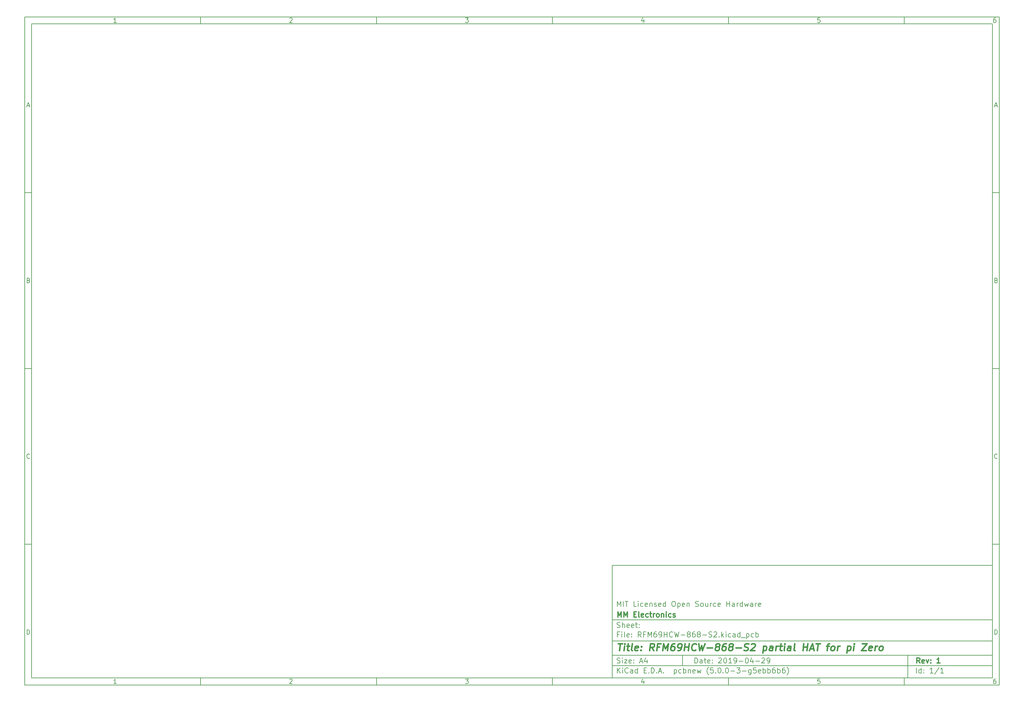
<source format=gbr>
%TF.GenerationSoftware,KiCad,Pcbnew,(5.0.0-3-g5ebb6b6)*%
%TF.CreationDate,2019-04-29T20:19:19+01:00*%
%TF.ProjectId,RFM69HCW-868-S2,52464D36394843572D3836382D53322E,1*%
%TF.SameCoordinates,Original*%
%TF.FileFunction,Other,Comment*%
%FSLAX46Y46*%
G04 Gerber Fmt 4.6, Leading zero omitted, Abs format (unit mm)*
G04 Created by KiCad (PCBNEW (5.0.0-3-g5ebb6b6)) date Monday, 29 April 2019 at 20:19:19*
%MOMM*%
%LPD*%
G01*
G04 APERTURE LIST*
%ADD10C,0.100000*%
%ADD11C,0.150000*%
%ADD12C,0.300000*%
%ADD13C,0.400000*%
G04 APERTURE END LIST*
D10*
D11*
X177002200Y-166007200D02*
X177002200Y-198007200D01*
X285002200Y-198007200D01*
X285002200Y-166007200D01*
X177002200Y-166007200D01*
D10*
D11*
X10000000Y-10000000D02*
X10000000Y-200007200D01*
X287002200Y-200007200D01*
X287002200Y-10000000D01*
X10000000Y-10000000D01*
D10*
D11*
X12000000Y-12000000D02*
X12000000Y-198007200D01*
X285002200Y-198007200D01*
X285002200Y-12000000D01*
X12000000Y-12000000D01*
D10*
D11*
X60000000Y-12000000D02*
X60000000Y-10000000D01*
D10*
D11*
X110000000Y-12000000D02*
X110000000Y-10000000D01*
D10*
D11*
X160000000Y-12000000D02*
X160000000Y-10000000D01*
D10*
D11*
X210000000Y-12000000D02*
X210000000Y-10000000D01*
D10*
D11*
X260000000Y-12000000D02*
X260000000Y-10000000D01*
D10*
D11*
X36065476Y-11588095D02*
X35322619Y-11588095D01*
X35694047Y-11588095D02*
X35694047Y-10288095D01*
X35570238Y-10473809D01*
X35446428Y-10597619D01*
X35322619Y-10659523D01*
D10*
D11*
X85322619Y-10411904D02*
X85384523Y-10350000D01*
X85508333Y-10288095D01*
X85817857Y-10288095D01*
X85941666Y-10350000D01*
X86003571Y-10411904D01*
X86065476Y-10535714D01*
X86065476Y-10659523D01*
X86003571Y-10845238D01*
X85260714Y-11588095D01*
X86065476Y-11588095D01*
D10*
D11*
X135260714Y-10288095D02*
X136065476Y-10288095D01*
X135632142Y-10783333D01*
X135817857Y-10783333D01*
X135941666Y-10845238D01*
X136003571Y-10907142D01*
X136065476Y-11030952D01*
X136065476Y-11340476D01*
X136003571Y-11464285D01*
X135941666Y-11526190D01*
X135817857Y-11588095D01*
X135446428Y-11588095D01*
X135322619Y-11526190D01*
X135260714Y-11464285D01*
D10*
D11*
X185941666Y-10721428D02*
X185941666Y-11588095D01*
X185632142Y-10226190D02*
X185322619Y-11154761D01*
X186127380Y-11154761D01*
D10*
D11*
X236003571Y-10288095D02*
X235384523Y-10288095D01*
X235322619Y-10907142D01*
X235384523Y-10845238D01*
X235508333Y-10783333D01*
X235817857Y-10783333D01*
X235941666Y-10845238D01*
X236003571Y-10907142D01*
X236065476Y-11030952D01*
X236065476Y-11340476D01*
X236003571Y-11464285D01*
X235941666Y-11526190D01*
X235817857Y-11588095D01*
X235508333Y-11588095D01*
X235384523Y-11526190D01*
X235322619Y-11464285D01*
D10*
D11*
X285941666Y-10288095D02*
X285694047Y-10288095D01*
X285570238Y-10350000D01*
X285508333Y-10411904D01*
X285384523Y-10597619D01*
X285322619Y-10845238D01*
X285322619Y-11340476D01*
X285384523Y-11464285D01*
X285446428Y-11526190D01*
X285570238Y-11588095D01*
X285817857Y-11588095D01*
X285941666Y-11526190D01*
X286003571Y-11464285D01*
X286065476Y-11340476D01*
X286065476Y-11030952D01*
X286003571Y-10907142D01*
X285941666Y-10845238D01*
X285817857Y-10783333D01*
X285570238Y-10783333D01*
X285446428Y-10845238D01*
X285384523Y-10907142D01*
X285322619Y-11030952D01*
D10*
D11*
X60000000Y-198007200D02*
X60000000Y-200007200D01*
D10*
D11*
X110000000Y-198007200D02*
X110000000Y-200007200D01*
D10*
D11*
X160000000Y-198007200D02*
X160000000Y-200007200D01*
D10*
D11*
X210000000Y-198007200D02*
X210000000Y-200007200D01*
D10*
D11*
X260000000Y-198007200D02*
X260000000Y-200007200D01*
D10*
D11*
X36065476Y-199595295D02*
X35322619Y-199595295D01*
X35694047Y-199595295D02*
X35694047Y-198295295D01*
X35570238Y-198481009D01*
X35446428Y-198604819D01*
X35322619Y-198666723D01*
D10*
D11*
X85322619Y-198419104D02*
X85384523Y-198357200D01*
X85508333Y-198295295D01*
X85817857Y-198295295D01*
X85941666Y-198357200D01*
X86003571Y-198419104D01*
X86065476Y-198542914D01*
X86065476Y-198666723D01*
X86003571Y-198852438D01*
X85260714Y-199595295D01*
X86065476Y-199595295D01*
D10*
D11*
X135260714Y-198295295D02*
X136065476Y-198295295D01*
X135632142Y-198790533D01*
X135817857Y-198790533D01*
X135941666Y-198852438D01*
X136003571Y-198914342D01*
X136065476Y-199038152D01*
X136065476Y-199347676D01*
X136003571Y-199471485D01*
X135941666Y-199533390D01*
X135817857Y-199595295D01*
X135446428Y-199595295D01*
X135322619Y-199533390D01*
X135260714Y-199471485D01*
D10*
D11*
X185941666Y-198728628D02*
X185941666Y-199595295D01*
X185632142Y-198233390D02*
X185322619Y-199161961D01*
X186127380Y-199161961D01*
D10*
D11*
X236003571Y-198295295D02*
X235384523Y-198295295D01*
X235322619Y-198914342D01*
X235384523Y-198852438D01*
X235508333Y-198790533D01*
X235817857Y-198790533D01*
X235941666Y-198852438D01*
X236003571Y-198914342D01*
X236065476Y-199038152D01*
X236065476Y-199347676D01*
X236003571Y-199471485D01*
X235941666Y-199533390D01*
X235817857Y-199595295D01*
X235508333Y-199595295D01*
X235384523Y-199533390D01*
X235322619Y-199471485D01*
D10*
D11*
X285941666Y-198295295D02*
X285694047Y-198295295D01*
X285570238Y-198357200D01*
X285508333Y-198419104D01*
X285384523Y-198604819D01*
X285322619Y-198852438D01*
X285322619Y-199347676D01*
X285384523Y-199471485D01*
X285446428Y-199533390D01*
X285570238Y-199595295D01*
X285817857Y-199595295D01*
X285941666Y-199533390D01*
X286003571Y-199471485D01*
X286065476Y-199347676D01*
X286065476Y-199038152D01*
X286003571Y-198914342D01*
X285941666Y-198852438D01*
X285817857Y-198790533D01*
X285570238Y-198790533D01*
X285446428Y-198852438D01*
X285384523Y-198914342D01*
X285322619Y-199038152D01*
D10*
D11*
X10000000Y-60000000D02*
X12000000Y-60000000D01*
D10*
D11*
X10000000Y-110000000D02*
X12000000Y-110000000D01*
D10*
D11*
X10000000Y-160000000D02*
X12000000Y-160000000D01*
D10*
D11*
X10690476Y-35216666D02*
X11309523Y-35216666D01*
X10566666Y-35588095D02*
X11000000Y-34288095D01*
X11433333Y-35588095D01*
D10*
D11*
X11092857Y-84907142D02*
X11278571Y-84969047D01*
X11340476Y-85030952D01*
X11402380Y-85154761D01*
X11402380Y-85340476D01*
X11340476Y-85464285D01*
X11278571Y-85526190D01*
X11154761Y-85588095D01*
X10659523Y-85588095D01*
X10659523Y-84288095D01*
X11092857Y-84288095D01*
X11216666Y-84350000D01*
X11278571Y-84411904D01*
X11340476Y-84535714D01*
X11340476Y-84659523D01*
X11278571Y-84783333D01*
X11216666Y-84845238D01*
X11092857Y-84907142D01*
X10659523Y-84907142D01*
D10*
D11*
X11402380Y-135464285D02*
X11340476Y-135526190D01*
X11154761Y-135588095D01*
X11030952Y-135588095D01*
X10845238Y-135526190D01*
X10721428Y-135402380D01*
X10659523Y-135278571D01*
X10597619Y-135030952D01*
X10597619Y-134845238D01*
X10659523Y-134597619D01*
X10721428Y-134473809D01*
X10845238Y-134350000D01*
X11030952Y-134288095D01*
X11154761Y-134288095D01*
X11340476Y-134350000D01*
X11402380Y-134411904D01*
D10*
D11*
X10659523Y-185588095D02*
X10659523Y-184288095D01*
X10969047Y-184288095D01*
X11154761Y-184350000D01*
X11278571Y-184473809D01*
X11340476Y-184597619D01*
X11402380Y-184845238D01*
X11402380Y-185030952D01*
X11340476Y-185278571D01*
X11278571Y-185402380D01*
X11154761Y-185526190D01*
X10969047Y-185588095D01*
X10659523Y-185588095D01*
D10*
D11*
X287002200Y-60000000D02*
X285002200Y-60000000D01*
D10*
D11*
X287002200Y-110000000D02*
X285002200Y-110000000D01*
D10*
D11*
X287002200Y-160000000D02*
X285002200Y-160000000D01*
D10*
D11*
X285692676Y-35216666D02*
X286311723Y-35216666D01*
X285568866Y-35588095D02*
X286002200Y-34288095D01*
X286435533Y-35588095D01*
D10*
D11*
X286095057Y-84907142D02*
X286280771Y-84969047D01*
X286342676Y-85030952D01*
X286404580Y-85154761D01*
X286404580Y-85340476D01*
X286342676Y-85464285D01*
X286280771Y-85526190D01*
X286156961Y-85588095D01*
X285661723Y-85588095D01*
X285661723Y-84288095D01*
X286095057Y-84288095D01*
X286218866Y-84350000D01*
X286280771Y-84411904D01*
X286342676Y-84535714D01*
X286342676Y-84659523D01*
X286280771Y-84783333D01*
X286218866Y-84845238D01*
X286095057Y-84907142D01*
X285661723Y-84907142D01*
D10*
D11*
X286404580Y-135464285D02*
X286342676Y-135526190D01*
X286156961Y-135588095D01*
X286033152Y-135588095D01*
X285847438Y-135526190D01*
X285723628Y-135402380D01*
X285661723Y-135278571D01*
X285599819Y-135030952D01*
X285599819Y-134845238D01*
X285661723Y-134597619D01*
X285723628Y-134473809D01*
X285847438Y-134350000D01*
X286033152Y-134288095D01*
X286156961Y-134288095D01*
X286342676Y-134350000D01*
X286404580Y-134411904D01*
D10*
D11*
X285661723Y-185588095D02*
X285661723Y-184288095D01*
X285971247Y-184288095D01*
X286156961Y-184350000D01*
X286280771Y-184473809D01*
X286342676Y-184597619D01*
X286404580Y-184845238D01*
X286404580Y-185030952D01*
X286342676Y-185278571D01*
X286280771Y-185402380D01*
X286156961Y-185526190D01*
X285971247Y-185588095D01*
X285661723Y-185588095D01*
D10*
D11*
X200434342Y-193785771D02*
X200434342Y-192285771D01*
X200791485Y-192285771D01*
X201005771Y-192357200D01*
X201148628Y-192500057D01*
X201220057Y-192642914D01*
X201291485Y-192928628D01*
X201291485Y-193142914D01*
X201220057Y-193428628D01*
X201148628Y-193571485D01*
X201005771Y-193714342D01*
X200791485Y-193785771D01*
X200434342Y-193785771D01*
X202577200Y-193785771D02*
X202577200Y-193000057D01*
X202505771Y-192857200D01*
X202362914Y-192785771D01*
X202077200Y-192785771D01*
X201934342Y-192857200D01*
X202577200Y-193714342D02*
X202434342Y-193785771D01*
X202077200Y-193785771D01*
X201934342Y-193714342D01*
X201862914Y-193571485D01*
X201862914Y-193428628D01*
X201934342Y-193285771D01*
X202077200Y-193214342D01*
X202434342Y-193214342D01*
X202577200Y-193142914D01*
X203077200Y-192785771D02*
X203648628Y-192785771D01*
X203291485Y-192285771D02*
X203291485Y-193571485D01*
X203362914Y-193714342D01*
X203505771Y-193785771D01*
X203648628Y-193785771D01*
X204720057Y-193714342D02*
X204577200Y-193785771D01*
X204291485Y-193785771D01*
X204148628Y-193714342D01*
X204077200Y-193571485D01*
X204077200Y-193000057D01*
X204148628Y-192857200D01*
X204291485Y-192785771D01*
X204577200Y-192785771D01*
X204720057Y-192857200D01*
X204791485Y-193000057D01*
X204791485Y-193142914D01*
X204077200Y-193285771D01*
X205434342Y-193642914D02*
X205505771Y-193714342D01*
X205434342Y-193785771D01*
X205362914Y-193714342D01*
X205434342Y-193642914D01*
X205434342Y-193785771D01*
X205434342Y-192857200D02*
X205505771Y-192928628D01*
X205434342Y-193000057D01*
X205362914Y-192928628D01*
X205434342Y-192857200D01*
X205434342Y-193000057D01*
X207220057Y-192428628D02*
X207291485Y-192357200D01*
X207434342Y-192285771D01*
X207791485Y-192285771D01*
X207934342Y-192357200D01*
X208005771Y-192428628D01*
X208077200Y-192571485D01*
X208077200Y-192714342D01*
X208005771Y-192928628D01*
X207148628Y-193785771D01*
X208077200Y-193785771D01*
X209005771Y-192285771D02*
X209148628Y-192285771D01*
X209291485Y-192357200D01*
X209362914Y-192428628D01*
X209434342Y-192571485D01*
X209505771Y-192857200D01*
X209505771Y-193214342D01*
X209434342Y-193500057D01*
X209362914Y-193642914D01*
X209291485Y-193714342D01*
X209148628Y-193785771D01*
X209005771Y-193785771D01*
X208862914Y-193714342D01*
X208791485Y-193642914D01*
X208720057Y-193500057D01*
X208648628Y-193214342D01*
X208648628Y-192857200D01*
X208720057Y-192571485D01*
X208791485Y-192428628D01*
X208862914Y-192357200D01*
X209005771Y-192285771D01*
X210934342Y-193785771D02*
X210077200Y-193785771D01*
X210505771Y-193785771D02*
X210505771Y-192285771D01*
X210362914Y-192500057D01*
X210220057Y-192642914D01*
X210077200Y-192714342D01*
X211648628Y-193785771D02*
X211934342Y-193785771D01*
X212077200Y-193714342D01*
X212148628Y-193642914D01*
X212291485Y-193428628D01*
X212362914Y-193142914D01*
X212362914Y-192571485D01*
X212291485Y-192428628D01*
X212220057Y-192357200D01*
X212077200Y-192285771D01*
X211791485Y-192285771D01*
X211648628Y-192357200D01*
X211577200Y-192428628D01*
X211505771Y-192571485D01*
X211505771Y-192928628D01*
X211577200Y-193071485D01*
X211648628Y-193142914D01*
X211791485Y-193214342D01*
X212077200Y-193214342D01*
X212220057Y-193142914D01*
X212291485Y-193071485D01*
X212362914Y-192928628D01*
X213005771Y-193214342D02*
X214148628Y-193214342D01*
X215148628Y-192285771D02*
X215291485Y-192285771D01*
X215434342Y-192357200D01*
X215505771Y-192428628D01*
X215577200Y-192571485D01*
X215648628Y-192857200D01*
X215648628Y-193214342D01*
X215577200Y-193500057D01*
X215505771Y-193642914D01*
X215434342Y-193714342D01*
X215291485Y-193785771D01*
X215148628Y-193785771D01*
X215005771Y-193714342D01*
X214934342Y-193642914D01*
X214862914Y-193500057D01*
X214791485Y-193214342D01*
X214791485Y-192857200D01*
X214862914Y-192571485D01*
X214934342Y-192428628D01*
X215005771Y-192357200D01*
X215148628Y-192285771D01*
X216934342Y-192785771D02*
X216934342Y-193785771D01*
X216577200Y-192214342D02*
X216220057Y-193285771D01*
X217148628Y-193285771D01*
X217720057Y-193214342D02*
X218862914Y-193214342D01*
X219505771Y-192428628D02*
X219577200Y-192357200D01*
X219720057Y-192285771D01*
X220077200Y-192285771D01*
X220220057Y-192357200D01*
X220291485Y-192428628D01*
X220362914Y-192571485D01*
X220362914Y-192714342D01*
X220291485Y-192928628D01*
X219434342Y-193785771D01*
X220362914Y-193785771D01*
X221077200Y-193785771D02*
X221362914Y-193785771D01*
X221505771Y-193714342D01*
X221577200Y-193642914D01*
X221720057Y-193428628D01*
X221791485Y-193142914D01*
X221791485Y-192571485D01*
X221720057Y-192428628D01*
X221648628Y-192357200D01*
X221505771Y-192285771D01*
X221220057Y-192285771D01*
X221077200Y-192357200D01*
X221005771Y-192428628D01*
X220934342Y-192571485D01*
X220934342Y-192928628D01*
X221005771Y-193071485D01*
X221077200Y-193142914D01*
X221220057Y-193214342D01*
X221505771Y-193214342D01*
X221648628Y-193142914D01*
X221720057Y-193071485D01*
X221791485Y-192928628D01*
D10*
D11*
X177002200Y-194507200D02*
X285002200Y-194507200D01*
D10*
D11*
X178434342Y-196585771D02*
X178434342Y-195085771D01*
X179291485Y-196585771D02*
X178648628Y-195728628D01*
X179291485Y-195085771D02*
X178434342Y-195942914D01*
X179934342Y-196585771D02*
X179934342Y-195585771D01*
X179934342Y-195085771D02*
X179862914Y-195157200D01*
X179934342Y-195228628D01*
X180005771Y-195157200D01*
X179934342Y-195085771D01*
X179934342Y-195228628D01*
X181505771Y-196442914D02*
X181434342Y-196514342D01*
X181220057Y-196585771D01*
X181077200Y-196585771D01*
X180862914Y-196514342D01*
X180720057Y-196371485D01*
X180648628Y-196228628D01*
X180577200Y-195942914D01*
X180577200Y-195728628D01*
X180648628Y-195442914D01*
X180720057Y-195300057D01*
X180862914Y-195157200D01*
X181077200Y-195085771D01*
X181220057Y-195085771D01*
X181434342Y-195157200D01*
X181505771Y-195228628D01*
X182791485Y-196585771D02*
X182791485Y-195800057D01*
X182720057Y-195657200D01*
X182577200Y-195585771D01*
X182291485Y-195585771D01*
X182148628Y-195657200D01*
X182791485Y-196514342D02*
X182648628Y-196585771D01*
X182291485Y-196585771D01*
X182148628Y-196514342D01*
X182077200Y-196371485D01*
X182077200Y-196228628D01*
X182148628Y-196085771D01*
X182291485Y-196014342D01*
X182648628Y-196014342D01*
X182791485Y-195942914D01*
X184148628Y-196585771D02*
X184148628Y-195085771D01*
X184148628Y-196514342D02*
X184005771Y-196585771D01*
X183720057Y-196585771D01*
X183577200Y-196514342D01*
X183505771Y-196442914D01*
X183434342Y-196300057D01*
X183434342Y-195871485D01*
X183505771Y-195728628D01*
X183577200Y-195657200D01*
X183720057Y-195585771D01*
X184005771Y-195585771D01*
X184148628Y-195657200D01*
X186005771Y-195800057D02*
X186505771Y-195800057D01*
X186720057Y-196585771D02*
X186005771Y-196585771D01*
X186005771Y-195085771D01*
X186720057Y-195085771D01*
X187362914Y-196442914D02*
X187434342Y-196514342D01*
X187362914Y-196585771D01*
X187291485Y-196514342D01*
X187362914Y-196442914D01*
X187362914Y-196585771D01*
X188077200Y-196585771D02*
X188077200Y-195085771D01*
X188434342Y-195085771D01*
X188648628Y-195157200D01*
X188791485Y-195300057D01*
X188862914Y-195442914D01*
X188934342Y-195728628D01*
X188934342Y-195942914D01*
X188862914Y-196228628D01*
X188791485Y-196371485D01*
X188648628Y-196514342D01*
X188434342Y-196585771D01*
X188077200Y-196585771D01*
X189577200Y-196442914D02*
X189648628Y-196514342D01*
X189577200Y-196585771D01*
X189505771Y-196514342D01*
X189577200Y-196442914D01*
X189577200Y-196585771D01*
X190220057Y-196157200D02*
X190934342Y-196157200D01*
X190077200Y-196585771D02*
X190577200Y-195085771D01*
X191077200Y-196585771D01*
X191577200Y-196442914D02*
X191648628Y-196514342D01*
X191577200Y-196585771D01*
X191505771Y-196514342D01*
X191577200Y-196442914D01*
X191577200Y-196585771D01*
X194577200Y-195585771D02*
X194577200Y-197085771D01*
X194577200Y-195657200D02*
X194720057Y-195585771D01*
X195005771Y-195585771D01*
X195148628Y-195657200D01*
X195220057Y-195728628D01*
X195291485Y-195871485D01*
X195291485Y-196300057D01*
X195220057Y-196442914D01*
X195148628Y-196514342D01*
X195005771Y-196585771D01*
X194720057Y-196585771D01*
X194577200Y-196514342D01*
X196577200Y-196514342D02*
X196434342Y-196585771D01*
X196148628Y-196585771D01*
X196005771Y-196514342D01*
X195934342Y-196442914D01*
X195862914Y-196300057D01*
X195862914Y-195871485D01*
X195934342Y-195728628D01*
X196005771Y-195657200D01*
X196148628Y-195585771D01*
X196434342Y-195585771D01*
X196577200Y-195657200D01*
X197220057Y-196585771D02*
X197220057Y-195085771D01*
X197220057Y-195657200D02*
X197362914Y-195585771D01*
X197648628Y-195585771D01*
X197791485Y-195657200D01*
X197862914Y-195728628D01*
X197934342Y-195871485D01*
X197934342Y-196300057D01*
X197862914Y-196442914D01*
X197791485Y-196514342D01*
X197648628Y-196585771D01*
X197362914Y-196585771D01*
X197220057Y-196514342D01*
X198577200Y-195585771D02*
X198577200Y-196585771D01*
X198577200Y-195728628D02*
X198648628Y-195657200D01*
X198791485Y-195585771D01*
X199005771Y-195585771D01*
X199148628Y-195657200D01*
X199220057Y-195800057D01*
X199220057Y-196585771D01*
X200505771Y-196514342D02*
X200362914Y-196585771D01*
X200077200Y-196585771D01*
X199934342Y-196514342D01*
X199862914Y-196371485D01*
X199862914Y-195800057D01*
X199934342Y-195657200D01*
X200077200Y-195585771D01*
X200362914Y-195585771D01*
X200505771Y-195657200D01*
X200577200Y-195800057D01*
X200577200Y-195942914D01*
X199862914Y-196085771D01*
X201077200Y-195585771D02*
X201362914Y-196585771D01*
X201648628Y-195871485D01*
X201934342Y-196585771D01*
X202220057Y-195585771D01*
X204362914Y-197157200D02*
X204291485Y-197085771D01*
X204148628Y-196871485D01*
X204077200Y-196728628D01*
X204005771Y-196514342D01*
X203934342Y-196157200D01*
X203934342Y-195871485D01*
X204005771Y-195514342D01*
X204077200Y-195300057D01*
X204148628Y-195157200D01*
X204291485Y-194942914D01*
X204362914Y-194871485D01*
X205648628Y-195085771D02*
X204934342Y-195085771D01*
X204862914Y-195800057D01*
X204934342Y-195728628D01*
X205077200Y-195657200D01*
X205434342Y-195657200D01*
X205577200Y-195728628D01*
X205648628Y-195800057D01*
X205720057Y-195942914D01*
X205720057Y-196300057D01*
X205648628Y-196442914D01*
X205577200Y-196514342D01*
X205434342Y-196585771D01*
X205077200Y-196585771D01*
X204934342Y-196514342D01*
X204862914Y-196442914D01*
X206362914Y-196442914D02*
X206434342Y-196514342D01*
X206362914Y-196585771D01*
X206291485Y-196514342D01*
X206362914Y-196442914D01*
X206362914Y-196585771D01*
X207362914Y-195085771D02*
X207505771Y-195085771D01*
X207648628Y-195157200D01*
X207720057Y-195228628D01*
X207791485Y-195371485D01*
X207862914Y-195657200D01*
X207862914Y-196014342D01*
X207791485Y-196300057D01*
X207720057Y-196442914D01*
X207648628Y-196514342D01*
X207505771Y-196585771D01*
X207362914Y-196585771D01*
X207220057Y-196514342D01*
X207148628Y-196442914D01*
X207077200Y-196300057D01*
X207005771Y-196014342D01*
X207005771Y-195657200D01*
X207077200Y-195371485D01*
X207148628Y-195228628D01*
X207220057Y-195157200D01*
X207362914Y-195085771D01*
X208505771Y-196442914D02*
X208577200Y-196514342D01*
X208505771Y-196585771D01*
X208434342Y-196514342D01*
X208505771Y-196442914D01*
X208505771Y-196585771D01*
X209505771Y-195085771D02*
X209648628Y-195085771D01*
X209791485Y-195157200D01*
X209862914Y-195228628D01*
X209934342Y-195371485D01*
X210005771Y-195657200D01*
X210005771Y-196014342D01*
X209934342Y-196300057D01*
X209862914Y-196442914D01*
X209791485Y-196514342D01*
X209648628Y-196585771D01*
X209505771Y-196585771D01*
X209362914Y-196514342D01*
X209291485Y-196442914D01*
X209220057Y-196300057D01*
X209148628Y-196014342D01*
X209148628Y-195657200D01*
X209220057Y-195371485D01*
X209291485Y-195228628D01*
X209362914Y-195157200D01*
X209505771Y-195085771D01*
X210648628Y-196014342D02*
X211791485Y-196014342D01*
X212362914Y-195085771D02*
X213291485Y-195085771D01*
X212791485Y-195657200D01*
X213005771Y-195657200D01*
X213148628Y-195728628D01*
X213220057Y-195800057D01*
X213291485Y-195942914D01*
X213291485Y-196300057D01*
X213220057Y-196442914D01*
X213148628Y-196514342D01*
X213005771Y-196585771D01*
X212577200Y-196585771D01*
X212434342Y-196514342D01*
X212362914Y-196442914D01*
X213934342Y-196014342D02*
X215077200Y-196014342D01*
X216434342Y-195585771D02*
X216434342Y-196800057D01*
X216362914Y-196942914D01*
X216291485Y-197014342D01*
X216148628Y-197085771D01*
X215934342Y-197085771D01*
X215791485Y-197014342D01*
X216434342Y-196514342D02*
X216291485Y-196585771D01*
X216005771Y-196585771D01*
X215862914Y-196514342D01*
X215791485Y-196442914D01*
X215720057Y-196300057D01*
X215720057Y-195871485D01*
X215791485Y-195728628D01*
X215862914Y-195657200D01*
X216005771Y-195585771D01*
X216291485Y-195585771D01*
X216434342Y-195657200D01*
X217862914Y-195085771D02*
X217148628Y-195085771D01*
X217077200Y-195800057D01*
X217148628Y-195728628D01*
X217291485Y-195657200D01*
X217648628Y-195657200D01*
X217791485Y-195728628D01*
X217862914Y-195800057D01*
X217934342Y-195942914D01*
X217934342Y-196300057D01*
X217862914Y-196442914D01*
X217791485Y-196514342D01*
X217648628Y-196585771D01*
X217291485Y-196585771D01*
X217148628Y-196514342D01*
X217077200Y-196442914D01*
X219148628Y-196514342D02*
X219005771Y-196585771D01*
X218720057Y-196585771D01*
X218577200Y-196514342D01*
X218505771Y-196371485D01*
X218505771Y-195800057D01*
X218577200Y-195657200D01*
X218720057Y-195585771D01*
X219005771Y-195585771D01*
X219148628Y-195657200D01*
X219220057Y-195800057D01*
X219220057Y-195942914D01*
X218505771Y-196085771D01*
X219862914Y-196585771D02*
X219862914Y-195085771D01*
X219862914Y-195657200D02*
X220005771Y-195585771D01*
X220291485Y-195585771D01*
X220434342Y-195657200D01*
X220505771Y-195728628D01*
X220577200Y-195871485D01*
X220577200Y-196300057D01*
X220505771Y-196442914D01*
X220434342Y-196514342D01*
X220291485Y-196585771D01*
X220005771Y-196585771D01*
X219862914Y-196514342D01*
X221220057Y-196585771D02*
X221220057Y-195085771D01*
X221220057Y-195657200D02*
X221362914Y-195585771D01*
X221648628Y-195585771D01*
X221791485Y-195657200D01*
X221862914Y-195728628D01*
X221934342Y-195871485D01*
X221934342Y-196300057D01*
X221862914Y-196442914D01*
X221791485Y-196514342D01*
X221648628Y-196585771D01*
X221362914Y-196585771D01*
X221220057Y-196514342D01*
X223220057Y-195085771D02*
X222934342Y-195085771D01*
X222791485Y-195157200D01*
X222720057Y-195228628D01*
X222577200Y-195442914D01*
X222505771Y-195728628D01*
X222505771Y-196300057D01*
X222577200Y-196442914D01*
X222648628Y-196514342D01*
X222791485Y-196585771D01*
X223077200Y-196585771D01*
X223220057Y-196514342D01*
X223291485Y-196442914D01*
X223362914Y-196300057D01*
X223362914Y-195942914D01*
X223291485Y-195800057D01*
X223220057Y-195728628D01*
X223077200Y-195657200D01*
X222791485Y-195657200D01*
X222648628Y-195728628D01*
X222577200Y-195800057D01*
X222505771Y-195942914D01*
X224005771Y-196585771D02*
X224005771Y-195085771D01*
X224005771Y-195657200D02*
X224148628Y-195585771D01*
X224434342Y-195585771D01*
X224577200Y-195657200D01*
X224648628Y-195728628D01*
X224720057Y-195871485D01*
X224720057Y-196300057D01*
X224648628Y-196442914D01*
X224577200Y-196514342D01*
X224434342Y-196585771D01*
X224148628Y-196585771D01*
X224005771Y-196514342D01*
X226005771Y-195085771D02*
X225720057Y-195085771D01*
X225577200Y-195157200D01*
X225505771Y-195228628D01*
X225362914Y-195442914D01*
X225291485Y-195728628D01*
X225291485Y-196300057D01*
X225362914Y-196442914D01*
X225434342Y-196514342D01*
X225577200Y-196585771D01*
X225862914Y-196585771D01*
X226005771Y-196514342D01*
X226077200Y-196442914D01*
X226148628Y-196300057D01*
X226148628Y-195942914D01*
X226077200Y-195800057D01*
X226005771Y-195728628D01*
X225862914Y-195657200D01*
X225577200Y-195657200D01*
X225434342Y-195728628D01*
X225362914Y-195800057D01*
X225291485Y-195942914D01*
X226648628Y-197157200D02*
X226720057Y-197085771D01*
X226862914Y-196871485D01*
X226934342Y-196728628D01*
X227005771Y-196514342D01*
X227077200Y-196157200D01*
X227077200Y-195871485D01*
X227005771Y-195514342D01*
X226934342Y-195300057D01*
X226862914Y-195157200D01*
X226720057Y-194942914D01*
X226648628Y-194871485D01*
D10*
D11*
X177002200Y-191507200D02*
X285002200Y-191507200D01*
D10*
D12*
X264411485Y-193785771D02*
X263911485Y-193071485D01*
X263554342Y-193785771D02*
X263554342Y-192285771D01*
X264125771Y-192285771D01*
X264268628Y-192357200D01*
X264340057Y-192428628D01*
X264411485Y-192571485D01*
X264411485Y-192785771D01*
X264340057Y-192928628D01*
X264268628Y-193000057D01*
X264125771Y-193071485D01*
X263554342Y-193071485D01*
X265625771Y-193714342D02*
X265482914Y-193785771D01*
X265197200Y-193785771D01*
X265054342Y-193714342D01*
X264982914Y-193571485D01*
X264982914Y-193000057D01*
X265054342Y-192857200D01*
X265197200Y-192785771D01*
X265482914Y-192785771D01*
X265625771Y-192857200D01*
X265697200Y-193000057D01*
X265697200Y-193142914D01*
X264982914Y-193285771D01*
X266197200Y-192785771D02*
X266554342Y-193785771D01*
X266911485Y-192785771D01*
X267482914Y-193642914D02*
X267554342Y-193714342D01*
X267482914Y-193785771D01*
X267411485Y-193714342D01*
X267482914Y-193642914D01*
X267482914Y-193785771D01*
X267482914Y-192857200D02*
X267554342Y-192928628D01*
X267482914Y-193000057D01*
X267411485Y-192928628D01*
X267482914Y-192857200D01*
X267482914Y-193000057D01*
X270125771Y-193785771D02*
X269268628Y-193785771D01*
X269697200Y-193785771D02*
X269697200Y-192285771D01*
X269554342Y-192500057D01*
X269411485Y-192642914D01*
X269268628Y-192714342D01*
D10*
D11*
X178362914Y-193714342D02*
X178577200Y-193785771D01*
X178934342Y-193785771D01*
X179077200Y-193714342D01*
X179148628Y-193642914D01*
X179220057Y-193500057D01*
X179220057Y-193357200D01*
X179148628Y-193214342D01*
X179077200Y-193142914D01*
X178934342Y-193071485D01*
X178648628Y-193000057D01*
X178505771Y-192928628D01*
X178434342Y-192857200D01*
X178362914Y-192714342D01*
X178362914Y-192571485D01*
X178434342Y-192428628D01*
X178505771Y-192357200D01*
X178648628Y-192285771D01*
X179005771Y-192285771D01*
X179220057Y-192357200D01*
X179862914Y-193785771D02*
X179862914Y-192785771D01*
X179862914Y-192285771D02*
X179791485Y-192357200D01*
X179862914Y-192428628D01*
X179934342Y-192357200D01*
X179862914Y-192285771D01*
X179862914Y-192428628D01*
X180434342Y-192785771D02*
X181220057Y-192785771D01*
X180434342Y-193785771D01*
X181220057Y-193785771D01*
X182362914Y-193714342D02*
X182220057Y-193785771D01*
X181934342Y-193785771D01*
X181791485Y-193714342D01*
X181720057Y-193571485D01*
X181720057Y-193000057D01*
X181791485Y-192857200D01*
X181934342Y-192785771D01*
X182220057Y-192785771D01*
X182362914Y-192857200D01*
X182434342Y-193000057D01*
X182434342Y-193142914D01*
X181720057Y-193285771D01*
X183077200Y-193642914D02*
X183148628Y-193714342D01*
X183077200Y-193785771D01*
X183005771Y-193714342D01*
X183077200Y-193642914D01*
X183077200Y-193785771D01*
X183077200Y-192857200D02*
X183148628Y-192928628D01*
X183077200Y-193000057D01*
X183005771Y-192928628D01*
X183077200Y-192857200D01*
X183077200Y-193000057D01*
X184862914Y-193357200D02*
X185577200Y-193357200D01*
X184720057Y-193785771D02*
X185220057Y-192285771D01*
X185720057Y-193785771D01*
X186862914Y-192785771D02*
X186862914Y-193785771D01*
X186505771Y-192214342D02*
X186148628Y-193285771D01*
X187077200Y-193285771D01*
D10*
D11*
X263434342Y-196585771D02*
X263434342Y-195085771D01*
X264791485Y-196585771D02*
X264791485Y-195085771D01*
X264791485Y-196514342D02*
X264648628Y-196585771D01*
X264362914Y-196585771D01*
X264220057Y-196514342D01*
X264148628Y-196442914D01*
X264077200Y-196300057D01*
X264077200Y-195871485D01*
X264148628Y-195728628D01*
X264220057Y-195657200D01*
X264362914Y-195585771D01*
X264648628Y-195585771D01*
X264791485Y-195657200D01*
X265505771Y-196442914D02*
X265577200Y-196514342D01*
X265505771Y-196585771D01*
X265434342Y-196514342D01*
X265505771Y-196442914D01*
X265505771Y-196585771D01*
X265505771Y-195657200D02*
X265577200Y-195728628D01*
X265505771Y-195800057D01*
X265434342Y-195728628D01*
X265505771Y-195657200D01*
X265505771Y-195800057D01*
X268148628Y-196585771D02*
X267291485Y-196585771D01*
X267720057Y-196585771D02*
X267720057Y-195085771D01*
X267577200Y-195300057D01*
X267434342Y-195442914D01*
X267291485Y-195514342D01*
X269862914Y-195014342D02*
X268577200Y-196942914D01*
X271148628Y-196585771D02*
X270291485Y-196585771D01*
X270720057Y-196585771D02*
X270720057Y-195085771D01*
X270577200Y-195300057D01*
X270434342Y-195442914D01*
X270291485Y-195514342D01*
D10*
D11*
X177002200Y-187507200D02*
X285002200Y-187507200D01*
D10*
D13*
X178714580Y-188211961D02*
X179857438Y-188211961D01*
X179036009Y-190211961D02*
X179286009Y-188211961D01*
X180274104Y-190211961D02*
X180440771Y-188878628D01*
X180524104Y-188211961D02*
X180416961Y-188307200D01*
X180500295Y-188402438D01*
X180607438Y-188307200D01*
X180524104Y-188211961D01*
X180500295Y-188402438D01*
X181107438Y-188878628D02*
X181869342Y-188878628D01*
X181476485Y-188211961D02*
X181262200Y-189926247D01*
X181333628Y-190116723D01*
X181512200Y-190211961D01*
X181702676Y-190211961D01*
X182655057Y-190211961D02*
X182476485Y-190116723D01*
X182405057Y-189926247D01*
X182619342Y-188211961D01*
X184190771Y-190116723D02*
X183988390Y-190211961D01*
X183607438Y-190211961D01*
X183428866Y-190116723D01*
X183357438Y-189926247D01*
X183452676Y-189164342D01*
X183571723Y-188973866D01*
X183774104Y-188878628D01*
X184155057Y-188878628D01*
X184333628Y-188973866D01*
X184405057Y-189164342D01*
X184381247Y-189354819D01*
X183405057Y-189545295D01*
X185155057Y-190021485D02*
X185238390Y-190116723D01*
X185131247Y-190211961D01*
X185047914Y-190116723D01*
X185155057Y-190021485D01*
X185131247Y-190211961D01*
X185286009Y-188973866D02*
X185369342Y-189069104D01*
X185262200Y-189164342D01*
X185178866Y-189069104D01*
X185286009Y-188973866D01*
X185262200Y-189164342D01*
X188750295Y-190211961D02*
X188202676Y-189259580D01*
X187607438Y-190211961D02*
X187857438Y-188211961D01*
X188619342Y-188211961D01*
X188797914Y-188307200D01*
X188881247Y-188402438D01*
X188952676Y-188592914D01*
X188916961Y-188878628D01*
X188797914Y-189069104D01*
X188690771Y-189164342D01*
X188488390Y-189259580D01*
X187726485Y-189259580D01*
X190405057Y-189164342D02*
X189738390Y-189164342D01*
X189607438Y-190211961D02*
X189857438Y-188211961D01*
X190809819Y-188211961D01*
X191321723Y-190211961D02*
X191571723Y-188211961D01*
X192059819Y-189640533D01*
X192905057Y-188211961D01*
X192655057Y-190211961D01*
X194714580Y-188211961D02*
X194333628Y-188211961D01*
X194131247Y-188307200D01*
X194024104Y-188402438D01*
X193797914Y-188688152D01*
X193655057Y-189069104D01*
X193559819Y-189831009D01*
X193631247Y-190021485D01*
X193714580Y-190116723D01*
X193893152Y-190211961D01*
X194274104Y-190211961D01*
X194476485Y-190116723D01*
X194583628Y-190021485D01*
X194702676Y-189831009D01*
X194762200Y-189354819D01*
X194690771Y-189164342D01*
X194607438Y-189069104D01*
X194428866Y-188973866D01*
X194047914Y-188973866D01*
X193845533Y-189069104D01*
X193738390Y-189164342D01*
X193619342Y-189354819D01*
X195607438Y-190211961D02*
X195988390Y-190211961D01*
X196190771Y-190116723D01*
X196297914Y-190021485D01*
X196524104Y-189735771D01*
X196666961Y-189354819D01*
X196762200Y-188592914D01*
X196690771Y-188402438D01*
X196607438Y-188307200D01*
X196428866Y-188211961D01*
X196047914Y-188211961D01*
X195845533Y-188307200D01*
X195738390Y-188402438D01*
X195619342Y-188592914D01*
X195559819Y-189069104D01*
X195631247Y-189259580D01*
X195714580Y-189354819D01*
X195893152Y-189450057D01*
X196274104Y-189450057D01*
X196476485Y-189354819D01*
X196583628Y-189259580D01*
X196702676Y-189069104D01*
X197416961Y-190211961D02*
X197666961Y-188211961D01*
X197547914Y-189164342D02*
X198690771Y-189164342D01*
X198559819Y-190211961D02*
X198809819Y-188211961D01*
X200678866Y-190021485D02*
X200571723Y-190116723D01*
X200274104Y-190211961D01*
X200083628Y-190211961D01*
X199809819Y-190116723D01*
X199643152Y-189926247D01*
X199571723Y-189735771D01*
X199524104Y-189354819D01*
X199559819Y-189069104D01*
X199702676Y-188688152D01*
X199821723Y-188497676D01*
X200036009Y-188307200D01*
X200333628Y-188211961D01*
X200524104Y-188211961D01*
X200797914Y-188307200D01*
X200881247Y-188402438D01*
X201571723Y-188211961D02*
X201797914Y-190211961D01*
X202357438Y-188783390D01*
X202559819Y-190211961D01*
X203286009Y-188211961D01*
X203893152Y-189450057D02*
X205416961Y-189450057D01*
X206702676Y-189069104D02*
X206524104Y-188973866D01*
X206440771Y-188878628D01*
X206369342Y-188688152D01*
X206381247Y-188592914D01*
X206500295Y-188402438D01*
X206607438Y-188307200D01*
X206809819Y-188211961D01*
X207190771Y-188211961D01*
X207369342Y-188307200D01*
X207452676Y-188402438D01*
X207524104Y-188592914D01*
X207512200Y-188688152D01*
X207393152Y-188878628D01*
X207286009Y-188973866D01*
X207083628Y-189069104D01*
X206702676Y-189069104D01*
X206500295Y-189164342D01*
X206393152Y-189259580D01*
X206274104Y-189450057D01*
X206226485Y-189831009D01*
X206297914Y-190021485D01*
X206381247Y-190116723D01*
X206559819Y-190211961D01*
X206940771Y-190211961D01*
X207143152Y-190116723D01*
X207250295Y-190021485D01*
X207369342Y-189831009D01*
X207416961Y-189450057D01*
X207345533Y-189259580D01*
X207262200Y-189164342D01*
X207083628Y-189069104D01*
X209286009Y-188211961D02*
X208905057Y-188211961D01*
X208702676Y-188307200D01*
X208595533Y-188402438D01*
X208369342Y-188688152D01*
X208226485Y-189069104D01*
X208131247Y-189831009D01*
X208202676Y-190021485D01*
X208286009Y-190116723D01*
X208464580Y-190211961D01*
X208845533Y-190211961D01*
X209047914Y-190116723D01*
X209155057Y-190021485D01*
X209274104Y-189831009D01*
X209333628Y-189354819D01*
X209262200Y-189164342D01*
X209178866Y-189069104D01*
X209000295Y-188973866D01*
X208619342Y-188973866D01*
X208416961Y-189069104D01*
X208309819Y-189164342D01*
X208190771Y-189354819D01*
X210512200Y-189069104D02*
X210333628Y-188973866D01*
X210250295Y-188878628D01*
X210178866Y-188688152D01*
X210190771Y-188592914D01*
X210309819Y-188402438D01*
X210416961Y-188307200D01*
X210619342Y-188211961D01*
X211000295Y-188211961D01*
X211178866Y-188307200D01*
X211262200Y-188402438D01*
X211333628Y-188592914D01*
X211321723Y-188688152D01*
X211202676Y-188878628D01*
X211095533Y-188973866D01*
X210893152Y-189069104D01*
X210512200Y-189069104D01*
X210309819Y-189164342D01*
X210202676Y-189259580D01*
X210083628Y-189450057D01*
X210036009Y-189831009D01*
X210107438Y-190021485D01*
X210190771Y-190116723D01*
X210369342Y-190211961D01*
X210750295Y-190211961D01*
X210952676Y-190116723D01*
X211059819Y-190021485D01*
X211178866Y-189831009D01*
X211226485Y-189450057D01*
X211155057Y-189259580D01*
X211071723Y-189164342D01*
X210893152Y-189069104D01*
X212083628Y-189450057D02*
X213607438Y-189450057D01*
X214381247Y-190116723D02*
X214655057Y-190211961D01*
X215131247Y-190211961D01*
X215333628Y-190116723D01*
X215440771Y-190021485D01*
X215559819Y-189831009D01*
X215583628Y-189640533D01*
X215512200Y-189450057D01*
X215428866Y-189354819D01*
X215250295Y-189259580D01*
X214881247Y-189164342D01*
X214702676Y-189069104D01*
X214619342Y-188973866D01*
X214547914Y-188783390D01*
X214571723Y-188592914D01*
X214690771Y-188402438D01*
X214797914Y-188307200D01*
X215000295Y-188211961D01*
X215476485Y-188211961D01*
X215750295Y-188307200D01*
X216500295Y-188402438D02*
X216607438Y-188307200D01*
X216809819Y-188211961D01*
X217286009Y-188211961D01*
X217464580Y-188307200D01*
X217547914Y-188402438D01*
X217619342Y-188592914D01*
X217595533Y-188783390D01*
X217464580Y-189069104D01*
X216178866Y-190211961D01*
X217416961Y-190211961D01*
X219964580Y-188878628D02*
X219714580Y-190878628D01*
X219952676Y-188973866D02*
X220155057Y-188878628D01*
X220536009Y-188878628D01*
X220714580Y-188973866D01*
X220797914Y-189069104D01*
X220869342Y-189259580D01*
X220797914Y-189831009D01*
X220678866Y-190021485D01*
X220571723Y-190116723D01*
X220369342Y-190211961D01*
X219988390Y-190211961D01*
X219809819Y-190116723D01*
X222464580Y-190211961D02*
X222595533Y-189164342D01*
X222524104Y-188973866D01*
X222345533Y-188878628D01*
X221964580Y-188878628D01*
X221762200Y-188973866D01*
X222476485Y-190116723D02*
X222274104Y-190211961D01*
X221797914Y-190211961D01*
X221619342Y-190116723D01*
X221547914Y-189926247D01*
X221571723Y-189735771D01*
X221690771Y-189545295D01*
X221893152Y-189450057D01*
X222369342Y-189450057D01*
X222571723Y-189354819D01*
X223416961Y-190211961D02*
X223583628Y-188878628D01*
X223536009Y-189259580D02*
X223655057Y-189069104D01*
X223762199Y-188973866D01*
X223964580Y-188878628D01*
X224155057Y-188878628D01*
X224536009Y-188878628D02*
X225297914Y-188878628D01*
X224905057Y-188211961D02*
X224690771Y-189926247D01*
X224762200Y-190116723D01*
X224940771Y-190211961D01*
X225131247Y-190211961D01*
X225797914Y-190211961D02*
X225964580Y-188878628D01*
X226047914Y-188211961D02*
X225940771Y-188307200D01*
X226024104Y-188402438D01*
X226131247Y-188307200D01*
X226047914Y-188211961D01*
X226024104Y-188402438D01*
X227607438Y-190211961D02*
X227738390Y-189164342D01*
X227666961Y-188973866D01*
X227488390Y-188878628D01*
X227107438Y-188878628D01*
X226905057Y-188973866D01*
X227619342Y-190116723D02*
X227416961Y-190211961D01*
X226940771Y-190211961D01*
X226762200Y-190116723D01*
X226690771Y-189926247D01*
X226714580Y-189735771D01*
X226833628Y-189545295D01*
X227036009Y-189450057D01*
X227512200Y-189450057D01*
X227714580Y-189354819D01*
X228845533Y-190211961D02*
X228666961Y-190116723D01*
X228595533Y-189926247D01*
X228809819Y-188211961D01*
X231131247Y-190211961D02*
X231381247Y-188211961D01*
X231262199Y-189164342D02*
X232405057Y-189164342D01*
X232274104Y-190211961D02*
X232524104Y-188211961D01*
X233202676Y-189640533D02*
X234155057Y-189640533D01*
X232940771Y-190211961D02*
X233857438Y-188211961D01*
X234274104Y-190211961D01*
X234905057Y-188211961D02*
X236047914Y-188211961D01*
X235226485Y-190211961D02*
X235476485Y-188211961D01*
X237869342Y-188878628D02*
X238631247Y-188878628D01*
X237988390Y-190211961D02*
X238202676Y-188497676D01*
X238321723Y-188307200D01*
X238524104Y-188211961D01*
X238714580Y-188211961D01*
X239416961Y-190211961D02*
X239238390Y-190116723D01*
X239155057Y-190021485D01*
X239083628Y-189831009D01*
X239155057Y-189259580D01*
X239274104Y-189069104D01*
X239381247Y-188973866D01*
X239583628Y-188878628D01*
X239869342Y-188878628D01*
X240047914Y-188973866D01*
X240131247Y-189069104D01*
X240202676Y-189259580D01*
X240131247Y-189831009D01*
X240012199Y-190021485D01*
X239905057Y-190116723D01*
X239702676Y-190211961D01*
X239416961Y-190211961D01*
X240940771Y-190211961D02*
X241107438Y-188878628D01*
X241059819Y-189259580D02*
X241178866Y-189069104D01*
X241286009Y-188973866D01*
X241488390Y-188878628D01*
X241678866Y-188878628D01*
X243869342Y-188878628D02*
X243619342Y-190878628D01*
X243857438Y-188973866D02*
X244059819Y-188878628D01*
X244440771Y-188878628D01*
X244619342Y-188973866D01*
X244702676Y-189069104D01*
X244774104Y-189259580D01*
X244702676Y-189831009D01*
X244583628Y-190021485D01*
X244476485Y-190116723D01*
X244274104Y-190211961D01*
X243893152Y-190211961D01*
X243714580Y-190116723D01*
X245512199Y-190211961D02*
X245678866Y-188878628D01*
X245762199Y-188211961D02*
X245655057Y-188307200D01*
X245738390Y-188402438D01*
X245845533Y-188307200D01*
X245762199Y-188211961D01*
X245738390Y-188402438D01*
X248047914Y-188211961D02*
X249381247Y-188211961D01*
X247797914Y-190211961D01*
X249131247Y-190211961D01*
X250666961Y-190116723D02*
X250464580Y-190211961D01*
X250083628Y-190211961D01*
X249905057Y-190116723D01*
X249833628Y-189926247D01*
X249928866Y-189164342D01*
X250047914Y-188973866D01*
X250250295Y-188878628D01*
X250631247Y-188878628D01*
X250809819Y-188973866D01*
X250881247Y-189164342D01*
X250857438Y-189354819D01*
X249881247Y-189545295D01*
X251607438Y-190211961D02*
X251774104Y-188878628D01*
X251726485Y-189259580D02*
X251845533Y-189069104D01*
X251952676Y-188973866D01*
X252155057Y-188878628D01*
X252345533Y-188878628D01*
X253131247Y-190211961D02*
X252952676Y-190116723D01*
X252869342Y-190021485D01*
X252797914Y-189831009D01*
X252869342Y-189259580D01*
X252988390Y-189069104D01*
X253095533Y-188973866D01*
X253297914Y-188878628D01*
X253583628Y-188878628D01*
X253762200Y-188973866D01*
X253845533Y-189069104D01*
X253916961Y-189259580D01*
X253845533Y-189831009D01*
X253726485Y-190021485D01*
X253619342Y-190116723D01*
X253416961Y-190211961D01*
X253131247Y-190211961D01*
D10*
D11*
X178934342Y-185600057D02*
X178434342Y-185600057D01*
X178434342Y-186385771D02*
X178434342Y-184885771D01*
X179148628Y-184885771D01*
X179720057Y-186385771D02*
X179720057Y-185385771D01*
X179720057Y-184885771D02*
X179648628Y-184957200D01*
X179720057Y-185028628D01*
X179791485Y-184957200D01*
X179720057Y-184885771D01*
X179720057Y-185028628D01*
X180648628Y-186385771D02*
X180505771Y-186314342D01*
X180434342Y-186171485D01*
X180434342Y-184885771D01*
X181791485Y-186314342D02*
X181648628Y-186385771D01*
X181362914Y-186385771D01*
X181220057Y-186314342D01*
X181148628Y-186171485D01*
X181148628Y-185600057D01*
X181220057Y-185457200D01*
X181362914Y-185385771D01*
X181648628Y-185385771D01*
X181791485Y-185457200D01*
X181862914Y-185600057D01*
X181862914Y-185742914D01*
X181148628Y-185885771D01*
X182505771Y-186242914D02*
X182577200Y-186314342D01*
X182505771Y-186385771D01*
X182434342Y-186314342D01*
X182505771Y-186242914D01*
X182505771Y-186385771D01*
X182505771Y-185457200D02*
X182577200Y-185528628D01*
X182505771Y-185600057D01*
X182434342Y-185528628D01*
X182505771Y-185457200D01*
X182505771Y-185600057D01*
X185220057Y-186385771D02*
X184720057Y-185671485D01*
X184362914Y-186385771D02*
X184362914Y-184885771D01*
X184934342Y-184885771D01*
X185077200Y-184957200D01*
X185148628Y-185028628D01*
X185220057Y-185171485D01*
X185220057Y-185385771D01*
X185148628Y-185528628D01*
X185077200Y-185600057D01*
X184934342Y-185671485D01*
X184362914Y-185671485D01*
X186362914Y-185600057D02*
X185862914Y-185600057D01*
X185862914Y-186385771D02*
X185862914Y-184885771D01*
X186577200Y-184885771D01*
X187148628Y-186385771D02*
X187148628Y-184885771D01*
X187648628Y-185957200D01*
X188148628Y-184885771D01*
X188148628Y-186385771D01*
X189505771Y-184885771D02*
X189220057Y-184885771D01*
X189077200Y-184957200D01*
X189005771Y-185028628D01*
X188862914Y-185242914D01*
X188791485Y-185528628D01*
X188791485Y-186100057D01*
X188862914Y-186242914D01*
X188934342Y-186314342D01*
X189077200Y-186385771D01*
X189362914Y-186385771D01*
X189505771Y-186314342D01*
X189577200Y-186242914D01*
X189648628Y-186100057D01*
X189648628Y-185742914D01*
X189577200Y-185600057D01*
X189505771Y-185528628D01*
X189362914Y-185457200D01*
X189077200Y-185457200D01*
X188934342Y-185528628D01*
X188862914Y-185600057D01*
X188791485Y-185742914D01*
X190362914Y-186385771D02*
X190648628Y-186385771D01*
X190791485Y-186314342D01*
X190862914Y-186242914D01*
X191005771Y-186028628D01*
X191077200Y-185742914D01*
X191077200Y-185171485D01*
X191005771Y-185028628D01*
X190934342Y-184957200D01*
X190791485Y-184885771D01*
X190505771Y-184885771D01*
X190362914Y-184957200D01*
X190291485Y-185028628D01*
X190220057Y-185171485D01*
X190220057Y-185528628D01*
X190291485Y-185671485D01*
X190362914Y-185742914D01*
X190505771Y-185814342D01*
X190791485Y-185814342D01*
X190934342Y-185742914D01*
X191005771Y-185671485D01*
X191077200Y-185528628D01*
X191720057Y-186385771D02*
X191720057Y-184885771D01*
X191720057Y-185600057D02*
X192577200Y-185600057D01*
X192577200Y-186385771D02*
X192577200Y-184885771D01*
X194148628Y-186242914D02*
X194077200Y-186314342D01*
X193862914Y-186385771D01*
X193720057Y-186385771D01*
X193505771Y-186314342D01*
X193362914Y-186171485D01*
X193291485Y-186028628D01*
X193220057Y-185742914D01*
X193220057Y-185528628D01*
X193291485Y-185242914D01*
X193362914Y-185100057D01*
X193505771Y-184957200D01*
X193720057Y-184885771D01*
X193862914Y-184885771D01*
X194077200Y-184957200D01*
X194148628Y-185028628D01*
X194648628Y-184885771D02*
X195005771Y-186385771D01*
X195291485Y-185314342D01*
X195577200Y-186385771D01*
X195934342Y-184885771D01*
X196505771Y-185814342D02*
X197648628Y-185814342D01*
X198577200Y-185528628D02*
X198434342Y-185457200D01*
X198362914Y-185385771D01*
X198291485Y-185242914D01*
X198291485Y-185171485D01*
X198362914Y-185028628D01*
X198434342Y-184957200D01*
X198577200Y-184885771D01*
X198862914Y-184885771D01*
X199005771Y-184957200D01*
X199077200Y-185028628D01*
X199148628Y-185171485D01*
X199148628Y-185242914D01*
X199077200Y-185385771D01*
X199005771Y-185457200D01*
X198862914Y-185528628D01*
X198577200Y-185528628D01*
X198434342Y-185600057D01*
X198362914Y-185671485D01*
X198291485Y-185814342D01*
X198291485Y-186100057D01*
X198362914Y-186242914D01*
X198434342Y-186314342D01*
X198577200Y-186385771D01*
X198862914Y-186385771D01*
X199005771Y-186314342D01*
X199077200Y-186242914D01*
X199148628Y-186100057D01*
X199148628Y-185814342D01*
X199077200Y-185671485D01*
X199005771Y-185600057D01*
X198862914Y-185528628D01*
X200434342Y-184885771D02*
X200148628Y-184885771D01*
X200005771Y-184957200D01*
X199934342Y-185028628D01*
X199791485Y-185242914D01*
X199720057Y-185528628D01*
X199720057Y-186100057D01*
X199791485Y-186242914D01*
X199862914Y-186314342D01*
X200005771Y-186385771D01*
X200291485Y-186385771D01*
X200434342Y-186314342D01*
X200505771Y-186242914D01*
X200577200Y-186100057D01*
X200577200Y-185742914D01*
X200505771Y-185600057D01*
X200434342Y-185528628D01*
X200291485Y-185457200D01*
X200005771Y-185457200D01*
X199862914Y-185528628D01*
X199791485Y-185600057D01*
X199720057Y-185742914D01*
X201434342Y-185528628D02*
X201291485Y-185457200D01*
X201220057Y-185385771D01*
X201148628Y-185242914D01*
X201148628Y-185171485D01*
X201220057Y-185028628D01*
X201291485Y-184957200D01*
X201434342Y-184885771D01*
X201720057Y-184885771D01*
X201862914Y-184957200D01*
X201934342Y-185028628D01*
X202005771Y-185171485D01*
X202005771Y-185242914D01*
X201934342Y-185385771D01*
X201862914Y-185457200D01*
X201720057Y-185528628D01*
X201434342Y-185528628D01*
X201291485Y-185600057D01*
X201220057Y-185671485D01*
X201148628Y-185814342D01*
X201148628Y-186100057D01*
X201220057Y-186242914D01*
X201291485Y-186314342D01*
X201434342Y-186385771D01*
X201720057Y-186385771D01*
X201862914Y-186314342D01*
X201934342Y-186242914D01*
X202005771Y-186100057D01*
X202005771Y-185814342D01*
X201934342Y-185671485D01*
X201862914Y-185600057D01*
X201720057Y-185528628D01*
X202648628Y-185814342D02*
X203791485Y-185814342D01*
X204434342Y-186314342D02*
X204648628Y-186385771D01*
X205005771Y-186385771D01*
X205148628Y-186314342D01*
X205220057Y-186242914D01*
X205291485Y-186100057D01*
X205291485Y-185957200D01*
X205220057Y-185814342D01*
X205148628Y-185742914D01*
X205005771Y-185671485D01*
X204720057Y-185600057D01*
X204577200Y-185528628D01*
X204505771Y-185457200D01*
X204434342Y-185314342D01*
X204434342Y-185171485D01*
X204505771Y-185028628D01*
X204577200Y-184957200D01*
X204720057Y-184885771D01*
X205077200Y-184885771D01*
X205291485Y-184957200D01*
X205862914Y-185028628D02*
X205934342Y-184957200D01*
X206077200Y-184885771D01*
X206434342Y-184885771D01*
X206577200Y-184957200D01*
X206648628Y-185028628D01*
X206720057Y-185171485D01*
X206720057Y-185314342D01*
X206648628Y-185528628D01*
X205791485Y-186385771D01*
X206720057Y-186385771D01*
X207362914Y-186242914D02*
X207434342Y-186314342D01*
X207362914Y-186385771D01*
X207291485Y-186314342D01*
X207362914Y-186242914D01*
X207362914Y-186385771D01*
X208077200Y-186385771D02*
X208077200Y-184885771D01*
X208220057Y-185814342D02*
X208648628Y-186385771D01*
X208648628Y-185385771D02*
X208077200Y-185957200D01*
X209291485Y-186385771D02*
X209291485Y-185385771D01*
X209291485Y-184885771D02*
X209220057Y-184957200D01*
X209291485Y-185028628D01*
X209362914Y-184957200D01*
X209291485Y-184885771D01*
X209291485Y-185028628D01*
X210648628Y-186314342D02*
X210505771Y-186385771D01*
X210220057Y-186385771D01*
X210077200Y-186314342D01*
X210005771Y-186242914D01*
X209934342Y-186100057D01*
X209934342Y-185671485D01*
X210005771Y-185528628D01*
X210077200Y-185457200D01*
X210220057Y-185385771D01*
X210505771Y-185385771D01*
X210648628Y-185457200D01*
X211934342Y-186385771D02*
X211934342Y-185600057D01*
X211862914Y-185457200D01*
X211720057Y-185385771D01*
X211434342Y-185385771D01*
X211291485Y-185457200D01*
X211934342Y-186314342D02*
X211791485Y-186385771D01*
X211434342Y-186385771D01*
X211291485Y-186314342D01*
X211220057Y-186171485D01*
X211220057Y-186028628D01*
X211291485Y-185885771D01*
X211434342Y-185814342D01*
X211791485Y-185814342D01*
X211934342Y-185742914D01*
X213291485Y-186385771D02*
X213291485Y-184885771D01*
X213291485Y-186314342D02*
X213148628Y-186385771D01*
X212862914Y-186385771D01*
X212720057Y-186314342D01*
X212648628Y-186242914D01*
X212577200Y-186100057D01*
X212577200Y-185671485D01*
X212648628Y-185528628D01*
X212720057Y-185457200D01*
X212862914Y-185385771D01*
X213148628Y-185385771D01*
X213291485Y-185457200D01*
X213648628Y-186528628D02*
X214791485Y-186528628D01*
X215148628Y-185385771D02*
X215148628Y-186885771D01*
X215148628Y-185457200D02*
X215291485Y-185385771D01*
X215577200Y-185385771D01*
X215720057Y-185457200D01*
X215791485Y-185528628D01*
X215862914Y-185671485D01*
X215862914Y-186100057D01*
X215791485Y-186242914D01*
X215720057Y-186314342D01*
X215577200Y-186385771D01*
X215291485Y-186385771D01*
X215148628Y-186314342D01*
X217148628Y-186314342D02*
X217005771Y-186385771D01*
X216720057Y-186385771D01*
X216577200Y-186314342D01*
X216505771Y-186242914D01*
X216434342Y-186100057D01*
X216434342Y-185671485D01*
X216505771Y-185528628D01*
X216577200Y-185457200D01*
X216720057Y-185385771D01*
X217005771Y-185385771D01*
X217148628Y-185457200D01*
X217791485Y-186385771D02*
X217791485Y-184885771D01*
X217791485Y-185457200D02*
X217934342Y-185385771D01*
X218220057Y-185385771D01*
X218362914Y-185457200D01*
X218434342Y-185528628D01*
X218505771Y-185671485D01*
X218505771Y-186100057D01*
X218434342Y-186242914D01*
X218362914Y-186314342D01*
X218220057Y-186385771D01*
X217934342Y-186385771D01*
X217791485Y-186314342D01*
D10*
D11*
X177002200Y-181507200D02*
X285002200Y-181507200D01*
D10*
D11*
X178362914Y-183614342D02*
X178577200Y-183685771D01*
X178934342Y-183685771D01*
X179077200Y-183614342D01*
X179148628Y-183542914D01*
X179220057Y-183400057D01*
X179220057Y-183257200D01*
X179148628Y-183114342D01*
X179077200Y-183042914D01*
X178934342Y-182971485D01*
X178648628Y-182900057D01*
X178505771Y-182828628D01*
X178434342Y-182757200D01*
X178362914Y-182614342D01*
X178362914Y-182471485D01*
X178434342Y-182328628D01*
X178505771Y-182257200D01*
X178648628Y-182185771D01*
X179005771Y-182185771D01*
X179220057Y-182257200D01*
X179862914Y-183685771D02*
X179862914Y-182185771D01*
X180505771Y-183685771D02*
X180505771Y-182900057D01*
X180434342Y-182757200D01*
X180291485Y-182685771D01*
X180077200Y-182685771D01*
X179934342Y-182757200D01*
X179862914Y-182828628D01*
X181791485Y-183614342D02*
X181648628Y-183685771D01*
X181362914Y-183685771D01*
X181220057Y-183614342D01*
X181148628Y-183471485D01*
X181148628Y-182900057D01*
X181220057Y-182757200D01*
X181362914Y-182685771D01*
X181648628Y-182685771D01*
X181791485Y-182757200D01*
X181862914Y-182900057D01*
X181862914Y-183042914D01*
X181148628Y-183185771D01*
X183077200Y-183614342D02*
X182934342Y-183685771D01*
X182648628Y-183685771D01*
X182505771Y-183614342D01*
X182434342Y-183471485D01*
X182434342Y-182900057D01*
X182505771Y-182757200D01*
X182648628Y-182685771D01*
X182934342Y-182685771D01*
X183077200Y-182757200D01*
X183148628Y-182900057D01*
X183148628Y-183042914D01*
X182434342Y-183185771D01*
X183577200Y-182685771D02*
X184148628Y-182685771D01*
X183791485Y-182185771D02*
X183791485Y-183471485D01*
X183862914Y-183614342D01*
X184005771Y-183685771D01*
X184148628Y-183685771D01*
X184648628Y-183542914D02*
X184720057Y-183614342D01*
X184648628Y-183685771D01*
X184577200Y-183614342D01*
X184648628Y-183542914D01*
X184648628Y-183685771D01*
X184648628Y-182757200D02*
X184720057Y-182828628D01*
X184648628Y-182900057D01*
X184577200Y-182828628D01*
X184648628Y-182757200D01*
X184648628Y-182900057D01*
D10*
D12*
X178554342Y-180685771D02*
X178554342Y-179185771D01*
X179054342Y-180257200D01*
X179554342Y-179185771D01*
X179554342Y-180685771D01*
X180268628Y-180685771D02*
X180268628Y-179185771D01*
X180768628Y-180257200D01*
X181268628Y-179185771D01*
X181268628Y-180685771D01*
X183125771Y-179900057D02*
X183625771Y-179900057D01*
X183840057Y-180685771D02*
X183125771Y-180685771D01*
X183125771Y-179185771D01*
X183840057Y-179185771D01*
X184697200Y-180685771D02*
X184554342Y-180614342D01*
X184482914Y-180471485D01*
X184482914Y-179185771D01*
X185840057Y-180614342D02*
X185697200Y-180685771D01*
X185411485Y-180685771D01*
X185268628Y-180614342D01*
X185197200Y-180471485D01*
X185197200Y-179900057D01*
X185268628Y-179757200D01*
X185411485Y-179685771D01*
X185697200Y-179685771D01*
X185840057Y-179757200D01*
X185911485Y-179900057D01*
X185911485Y-180042914D01*
X185197200Y-180185771D01*
X187197200Y-180614342D02*
X187054342Y-180685771D01*
X186768628Y-180685771D01*
X186625771Y-180614342D01*
X186554342Y-180542914D01*
X186482914Y-180400057D01*
X186482914Y-179971485D01*
X186554342Y-179828628D01*
X186625771Y-179757200D01*
X186768628Y-179685771D01*
X187054342Y-179685771D01*
X187197200Y-179757200D01*
X187625771Y-179685771D02*
X188197200Y-179685771D01*
X187840057Y-179185771D02*
X187840057Y-180471485D01*
X187911485Y-180614342D01*
X188054342Y-180685771D01*
X188197200Y-180685771D01*
X188697200Y-180685771D02*
X188697200Y-179685771D01*
X188697200Y-179971485D02*
X188768628Y-179828628D01*
X188840057Y-179757200D01*
X188982914Y-179685771D01*
X189125771Y-179685771D01*
X189840057Y-180685771D02*
X189697200Y-180614342D01*
X189625771Y-180542914D01*
X189554342Y-180400057D01*
X189554342Y-179971485D01*
X189625771Y-179828628D01*
X189697200Y-179757200D01*
X189840057Y-179685771D01*
X190054342Y-179685771D01*
X190197200Y-179757200D01*
X190268628Y-179828628D01*
X190340057Y-179971485D01*
X190340057Y-180400057D01*
X190268628Y-180542914D01*
X190197200Y-180614342D01*
X190054342Y-180685771D01*
X189840057Y-180685771D01*
X190982914Y-179685771D02*
X190982914Y-180685771D01*
X190982914Y-179828628D02*
X191054342Y-179757200D01*
X191197200Y-179685771D01*
X191411485Y-179685771D01*
X191554342Y-179757200D01*
X191625771Y-179900057D01*
X191625771Y-180685771D01*
X192340057Y-180685771D02*
X192340057Y-179685771D01*
X192340057Y-179185771D02*
X192268628Y-179257200D01*
X192340057Y-179328628D01*
X192411485Y-179257200D01*
X192340057Y-179185771D01*
X192340057Y-179328628D01*
X193697200Y-180614342D02*
X193554342Y-180685771D01*
X193268628Y-180685771D01*
X193125771Y-180614342D01*
X193054342Y-180542914D01*
X192982914Y-180400057D01*
X192982914Y-179971485D01*
X193054342Y-179828628D01*
X193125771Y-179757200D01*
X193268628Y-179685771D01*
X193554342Y-179685771D01*
X193697200Y-179757200D01*
X194268628Y-180614342D02*
X194411485Y-180685771D01*
X194697200Y-180685771D01*
X194840057Y-180614342D01*
X194911485Y-180471485D01*
X194911485Y-180400057D01*
X194840057Y-180257200D01*
X194697200Y-180185771D01*
X194482914Y-180185771D01*
X194340057Y-180114342D01*
X194268628Y-179971485D01*
X194268628Y-179900057D01*
X194340057Y-179757200D01*
X194482914Y-179685771D01*
X194697200Y-179685771D01*
X194840057Y-179757200D01*
D10*
D11*
X178434342Y-177685771D02*
X178434342Y-176185771D01*
X178934342Y-177257200D01*
X179434342Y-176185771D01*
X179434342Y-177685771D01*
X180148628Y-177685771D02*
X180148628Y-176185771D01*
X180648628Y-176185771D02*
X181505771Y-176185771D01*
X181077200Y-177685771D02*
X181077200Y-176185771D01*
X183862914Y-177685771D02*
X183148628Y-177685771D01*
X183148628Y-176185771D01*
X184362914Y-177685771D02*
X184362914Y-176685771D01*
X184362914Y-176185771D02*
X184291485Y-176257200D01*
X184362914Y-176328628D01*
X184434342Y-176257200D01*
X184362914Y-176185771D01*
X184362914Y-176328628D01*
X185720057Y-177614342D02*
X185577200Y-177685771D01*
X185291485Y-177685771D01*
X185148628Y-177614342D01*
X185077200Y-177542914D01*
X185005771Y-177400057D01*
X185005771Y-176971485D01*
X185077200Y-176828628D01*
X185148628Y-176757200D01*
X185291485Y-176685771D01*
X185577200Y-176685771D01*
X185720057Y-176757200D01*
X186934342Y-177614342D02*
X186791485Y-177685771D01*
X186505771Y-177685771D01*
X186362914Y-177614342D01*
X186291485Y-177471485D01*
X186291485Y-176900057D01*
X186362914Y-176757200D01*
X186505771Y-176685771D01*
X186791485Y-176685771D01*
X186934342Y-176757200D01*
X187005771Y-176900057D01*
X187005771Y-177042914D01*
X186291485Y-177185771D01*
X187648628Y-176685771D02*
X187648628Y-177685771D01*
X187648628Y-176828628D02*
X187720057Y-176757200D01*
X187862914Y-176685771D01*
X188077200Y-176685771D01*
X188220057Y-176757200D01*
X188291485Y-176900057D01*
X188291485Y-177685771D01*
X188934342Y-177614342D02*
X189077200Y-177685771D01*
X189362914Y-177685771D01*
X189505771Y-177614342D01*
X189577200Y-177471485D01*
X189577200Y-177400057D01*
X189505771Y-177257200D01*
X189362914Y-177185771D01*
X189148628Y-177185771D01*
X189005771Y-177114342D01*
X188934342Y-176971485D01*
X188934342Y-176900057D01*
X189005771Y-176757200D01*
X189148628Y-176685771D01*
X189362914Y-176685771D01*
X189505771Y-176757200D01*
X190791485Y-177614342D02*
X190648628Y-177685771D01*
X190362914Y-177685771D01*
X190220057Y-177614342D01*
X190148628Y-177471485D01*
X190148628Y-176900057D01*
X190220057Y-176757200D01*
X190362914Y-176685771D01*
X190648628Y-176685771D01*
X190791485Y-176757200D01*
X190862914Y-176900057D01*
X190862914Y-177042914D01*
X190148628Y-177185771D01*
X192148628Y-177685771D02*
X192148628Y-176185771D01*
X192148628Y-177614342D02*
X192005771Y-177685771D01*
X191720057Y-177685771D01*
X191577200Y-177614342D01*
X191505771Y-177542914D01*
X191434342Y-177400057D01*
X191434342Y-176971485D01*
X191505771Y-176828628D01*
X191577200Y-176757200D01*
X191720057Y-176685771D01*
X192005771Y-176685771D01*
X192148628Y-176757200D01*
X194291485Y-176185771D02*
X194577200Y-176185771D01*
X194720057Y-176257200D01*
X194862914Y-176400057D01*
X194934342Y-176685771D01*
X194934342Y-177185771D01*
X194862914Y-177471485D01*
X194720057Y-177614342D01*
X194577200Y-177685771D01*
X194291485Y-177685771D01*
X194148628Y-177614342D01*
X194005771Y-177471485D01*
X193934342Y-177185771D01*
X193934342Y-176685771D01*
X194005771Y-176400057D01*
X194148628Y-176257200D01*
X194291485Y-176185771D01*
X195577200Y-176685771D02*
X195577200Y-178185771D01*
X195577200Y-176757200D02*
X195720057Y-176685771D01*
X196005771Y-176685771D01*
X196148628Y-176757200D01*
X196220057Y-176828628D01*
X196291485Y-176971485D01*
X196291485Y-177400057D01*
X196220057Y-177542914D01*
X196148628Y-177614342D01*
X196005771Y-177685771D01*
X195720057Y-177685771D01*
X195577200Y-177614342D01*
X197505771Y-177614342D02*
X197362914Y-177685771D01*
X197077200Y-177685771D01*
X196934342Y-177614342D01*
X196862914Y-177471485D01*
X196862914Y-176900057D01*
X196934342Y-176757200D01*
X197077200Y-176685771D01*
X197362914Y-176685771D01*
X197505771Y-176757200D01*
X197577200Y-176900057D01*
X197577200Y-177042914D01*
X196862914Y-177185771D01*
X198220057Y-176685771D02*
X198220057Y-177685771D01*
X198220057Y-176828628D02*
X198291485Y-176757200D01*
X198434342Y-176685771D01*
X198648628Y-176685771D01*
X198791485Y-176757200D01*
X198862914Y-176900057D01*
X198862914Y-177685771D01*
X200648628Y-177614342D02*
X200862914Y-177685771D01*
X201220057Y-177685771D01*
X201362914Y-177614342D01*
X201434342Y-177542914D01*
X201505771Y-177400057D01*
X201505771Y-177257200D01*
X201434342Y-177114342D01*
X201362914Y-177042914D01*
X201220057Y-176971485D01*
X200934342Y-176900057D01*
X200791485Y-176828628D01*
X200720057Y-176757200D01*
X200648628Y-176614342D01*
X200648628Y-176471485D01*
X200720057Y-176328628D01*
X200791485Y-176257200D01*
X200934342Y-176185771D01*
X201291485Y-176185771D01*
X201505771Y-176257200D01*
X202362914Y-177685771D02*
X202220057Y-177614342D01*
X202148628Y-177542914D01*
X202077200Y-177400057D01*
X202077200Y-176971485D01*
X202148628Y-176828628D01*
X202220057Y-176757200D01*
X202362914Y-176685771D01*
X202577200Y-176685771D01*
X202720057Y-176757200D01*
X202791485Y-176828628D01*
X202862914Y-176971485D01*
X202862914Y-177400057D01*
X202791485Y-177542914D01*
X202720057Y-177614342D01*
X202577200Y-177685771D01*
X202362914Y-177685771D01*
X204148628Y-176685771D02*
X204148628Y-177685771D01*
X203505771Y-176685771D02*
X203505771Y-177471485D01*
X203577200Y-177614342D01*
X203720057Y-177685771D01*
X203934342Y-177685771D01*
X204077200Y-177614342D01*
X204148628Y-177542914D01*
X204862914Y-177685771D02*
X204862914Y-176685771D01*
X204862914Y-176971485D02*
X204934342Y-176828628D01*
X205005771Y-176757200D01*
X205148628Y-176685771D01*
X205291485Y-176685771D01*
X206434342Y-177614342D02*
X206291485Y-177685771D01*
X206005771Y-177685771D01*
X205862914Y-177614342D01*
X205791485Y-177542914D01*
X205720057Y-177400057D01*
X205720057Y-176971485D01*
X205791485Y-176828628D01*
X205862914Y-176757200D01*
X206005771Y-176685771D01*
X206291485Y-176685771D01*
X206434342Y-176757200D01*
X207648628Y-177614342D02*
X207505771Y-177685771D01*
X207220057Y-177685771D01*
X207077200Y-177614342D01*
X207005771Y-177471485D01*
X207005771Y-176900057D01*
X207077200Y-176757200D01*
X207220057Y-176685771D01*
X207505771Y-176685771D01*
X207648628Y-176757200D01*
X207720057Y-176900057D01*
X207720057Y-177042914D01*
X207005771Y-177185771D01*
X209505771Y-177685771D02*
X209505771Y-176185771D01*
X209505771Y-176900057D02*
X210362914Y-176900057D01*
X210362914Y-177685771D02*
X210362914Y-176185771D01*
X211720057Y-177685771D02*
X211720057Y-176900057D01*
X211648628Y-176757200D01*
X211505771Y-176685771D01*
X211220057Y-176685771D01*
X211077200Y-176757200D01*
X211720057Y-177614342D02*
X211577200Y-177685771D01*
X211220057Y-177685771D01*
X211077200Y-177614342D01*
X211005771Y-177471485D01*
X211005771Y-177328628D01*
X211077200Y-177185771D01*
X211220057Y-177114342D01*
X211577200Y-177114342D01*
X211720057Y-177042914D01*
X212434342Y-177685771D02*
X212434342Y-176685771D01*
X212434342Y-176971485D02*
X212505771Y-176828628D01*
X212577200Y-176757200D01*
X212720057Y-176685771D01*
X212862914Y-176685771D01*
X214005771Y-177685771D02*
X214005771Y-176185771D01*
X214005771Y-177614342D02*
X213862914Y-177685771D01*
X213577200Y-177685771D01*
X213434342Y-177614342D01*
X213362914Y-177542914D01*
X213291485Y-177400057D01*
X213291485Y-176971485D01*
X213362914Y-176828628D01*
X213434342Y-176757200D01*
X213577200Y-176685771D01*
X213862914Y-176685771D01*
X214005771Y-176757200D01*
X214577200Y-176685771D02*
X214862914Y-177685771D01*
X215148628Y-176971485D01*
X215434342Y-177685771D01*
X215720057Y-176685771D01*
X216934342Y-177685771D02*
X216934342Y-176900057D01*
X216862914Y-176757200D01*
X216720057Y-176685771D01*
X216434342Y-176685771D01*
X216291485Y-176757200D01*
X216934342Y-177614342D02*
X216791485Y-177685771D01*
X216434342Y-177685771D01*
X216291485Y-177614342D01*
X216220057Y-177471485D01*
X216220057Y-177328628D01*
X216291485Y-177185771D01*
X216434342Y-177114342D01*
X216791485Y-177114342D01*
X216934342Y-177042914D01*
X217648628Y-177685771D02*
X217648628Y-176685771D01*
X217648628Y-176971485D02*
X217720057Y-176828628D01*
X217791485Y-176757200D01*
X217934342Y-176685771D01*
X218077200Y-176685771D01*
X219148628Y-177614342D02*
X219005771Y-177685771D01*
X218720057Y-177685771D01*
X218577200Y-177614342D01*
X218505771Y-177471485D01*
X218505771Y-176900057D01*
X218577200Y-176757200D01*
X218720057Y-176685771D01*
X219005771Y-176685771D01*
X219148628Y-176757200D01*
X219220057Y-176900057D01*
X219220057Y-177042914D01*
X218505771Y-177185771D01*
D10*
D11*
X197002200Y-191507200D02*
X197002200Y-194507200D01*
D10*
D11*
X261002200Y-191507200D02*
X261002200Y-198007200D01*
M02*

</source>
